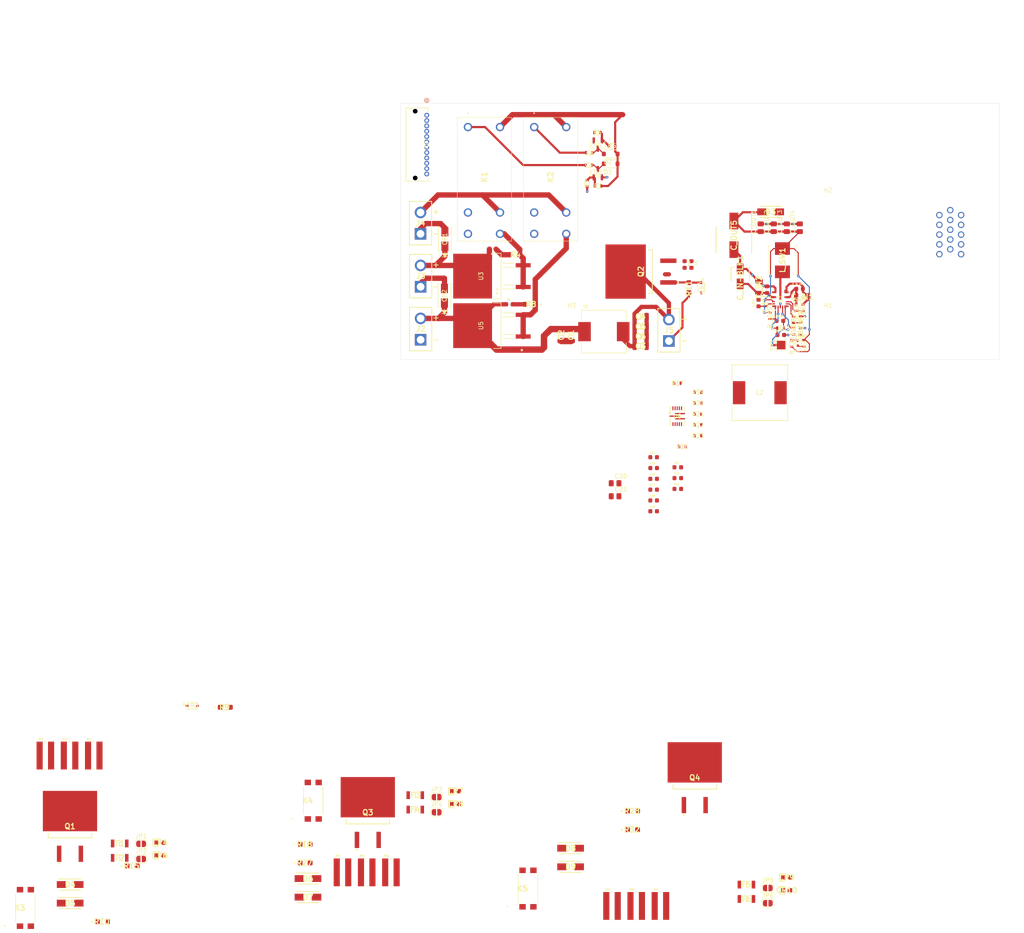
<source format=kicad_pcb>
(kicad_pcb (version 20241229) (generator "pcbnew") (generator_version "9.0")
  (layers (0 "F.Cu" signal) (4 "In1.Cu" power) (6 "In2.Cu" power) (2 "B.Cu" signal) (13 "F.Paste" user) (15 "B.Paste" user) (5 "F.SilkS" user "F.Silkscreen") (7 "B.SilkS" user "B.Silkscreen") (1 "F.Mask" user) (3 "B.Mask" user) (25 "Edge.Cuts" user))
  (net 0 "")
  (net 1 "AGND")
  (net 2 "VDC")
  (net 3 "/V1")
  (net 4 "/V2")
  (net 5 "/V3")
  (net 6 "/V4")
  (net 7 "Net-(CR4-Pad1)")
  (net 8 "/V5")
  (net 9 "Net-(CR6-Pad1)")
  (net 10 "/VB")
  (net 11 "+14V")
  (net 12 "/DC.DC3 PGOOD")
  (net 13 "Net-(C_FF1-Pad1)")
  (net 14 "/DC.DC3 VCC")
  (net 15 "+5V")
  (net 16 "/PYRO1_OUT")
  (net 17 "/PYRO2_OUT")
  (net 18 "/PYRO4_OUT")
  (net 19 "/PYRO3_OUT")
  (net 20 "/PYRO6_OUT")
  (net 21 "/PYRO5_OUT")
  (net 22 "Net-(Q1-C)")
  (net 23 "/FIRE_OUT1")
  (net 24 "/FIRE_OUT2")
  (net 25 "Net-(Q3-C)")
  (net 26 "/FIRE_OUT3")
  (net 27 "Net-(Q1-E)")
  (net 28 "Net-(Q2-E)")
  (net 29 "Net-(Q3-E)")
  (net 30 "Net-(Q4-E)")
  (net 31 "/KEY_OUT")
  (net 32 "VBAT1")
  (net 33 "/V0")
  (net 34 "VBAT2")
  (net 35 "VFill")
  (net 36 "+3.3V")
  (net 37 "Net-(C7-Pad2)")
  (net 38 "Net-(K1-NO_2)")
  (net 39 "Net-(K2-NO_2)")
  (net 40 "Net-(C8-Pad2)")
  (net 41 "Net-(U6-MODE)")
  (net 42 "Net-(U6-SS)")
  (net 43 "Net-(U6-SW)")
  (net 44 "Net-(U6-BST)")
  (net 45 "Net-(C15-Pad1)")
  (net 46 "Net-(C17-Pad2)")
  (net 47 "Net-(U6-COMP)")
  (net 48 "Net-(Q2-B)")
  (net 49 "Net-(CR7-Pad1)")
  (net 50 "Net-(CR8-Pad1)")
  (net 51 "Net-(CR9-Pad1)")
  (net 52 "Net-(CR10-Pad1)")
  (net 53 "Net-(U1-BIAS)")
  (net 54 "Net-(U1-CBOOT)")
  (net 55 "Net-(U1-SW)")
  (net 56 "Net-(U1-FB)")
  (net 57 "Net-(D3-A)")
  (net 58 "Net-(U2-C)")
  (net 59 "Net-(U4-C)")
  (net 60 "Net-(D4-K)")
  (net 61 "Net-(D6-K)")
  (net 62 "Net-(D8-K)")
  (net 63 "GND")
  (net 64 "Net-(K1-COIL_1)")
  (net 67 "Net-(K2-COIL_1)")
  (net 69 "Net-(Q4-C)")
  (net 70 "Net-(U2-B)")
  (net 71 "Net-(U4-B)")
  (net 72 "Net-(U6-EN)")
  (net 73 "Net-(U6-ILIM)")
  (net 74 "Net-(U6-FB)")
  (net 75 "Net-(U1-RBOOT)")
  (net 76 "Net-(U1-EN{slash}SYNC)")
  (net 77 "Net-(R_FBB1-Pad2)")
  (net 78 "Net-(R_RT1-Pad1)")
  (net 79 "Net-(U1-RT)")
  (footprint "Resistor-0603:RES_0603" (layer "F.Cu") (at 185.5 127.375 90)
    (property "Reference" "R_ENT1")
    (property "Value" "470k")
  )
  (footprint "G3VM-31DR_TR05_:G3VM31DRTR05" (layer "F.Cu") (at 72.496 242.825)
    (property "Reference" "K4")
    (property "Value" "G3VM-31DR_TR05_" (hide yes))
  )
  (footprint "Diode-Schottky_RSX301L:DIOM5026X220N" (layer "F.Cu") (at 179.5375 104.95 180)
    (property "Reference" "D3")
    (property "Value" "RSX301LAM30TR" (hide yes))
  )
  (footprint "BC846BLT1G:SOT-23_ONS" (layer "F.Cu") (at 139.1 89.2 180)
    (property "Reference" "U4")
    (property "Value" "BC846BLT1G")
  )
  (footprint "XT30UPB-F:XT30UPBF" (layer "F.Cu") (at 97.625 134.9)
    (property "Reference" "J2")
    (property "Value" "XT30UPB-F" (hide yes))
  )
  (footprint "Resistor-0603:RES_0603" (layer "F.Cu") (at 162.5432 157.3807)
    (property "Reference" "R23")
    (property "Value" "30k")
  )
  (footprint "Resistor-0603:RES_0603" (layer "F.Cu") (at 157.7276 145.094)
    (property "Reference" "R17")
    (property "Value" "30k")
  )
  (footprint "Resistor-0603:RES_0603" (layer "F.Cu") (at 139.15 98.9)
    (property "Reference" "R1")
    (property "Value" "3k9")
  )
  (footprint "Resistor-0603:RES_0603" (layer "F.Cu") (at 181.8 132.175)
    (property "Reference" "R_PG1")
    (property "Value" "100K")
  )
  (footprint "Capacitor-0805:Capacitor_0805" (layer "F.Cu") (at 177.200001 108.675 90)
    (property "Reference" "C_OUT1")
    (property "Value" "22u")
  )
  (footprint "Capacitor-0603:Capacitor_0603" (layer "F.Cu") (at 152.1526 172.524)
    (property "Reference" "C18")
    (property "Value" "33pF")
  )
  (footprint "Capacitor-0603:Capacitor_0603" (layer "F.Cu") (at 157.8026 164.764)
    (property "Reference" "C11")
    (property "Value" "100nF")
  )
  (footprint "Diode-Schottky_PMEG2010ER:SODFL3517X110N" (layer "F.Cu") (at 142.104999 91.4 180)
    (property "Reference" "D2")
    (property "Value" "PMEG2010ER")
  )
  (footprint "Resistor-0603:RES_0603" (layer "F.Cu") (at 162.5432 147.1831)
    (property "Reference" "R19")
    (property "Value" "1k")
  )
  (footprint "Resistor-0805:RES_0805" (layer "F.Cu") (at 123.275 126.6 180)
    (property "Reference" "R8")
    (property "Value" "1k" (hide yes))
  )
  (footprint "Capacitor-0603:Capacitor_0603" (layer "F.Cu") (at 159.4 117.275 -90)
    (property "Reference" "C10")
    (property "Value" "1uF")
  )
  (footprint "Resistor-0603:RES_0603" (layer "F.Cu") (at 186.5 132.925 -90)
    (property "Reference" "R_FBB1")
    (property "Value" "22k")
  )
  (footprint "LED-Yellow_VLMY1300-GS08:LEDC1608X100N" (layer "F.Cu") (at 36.616 252.65)
    (property "Reference" "CR4")
    (property "Value" "VLMY1300-GS08" (hide yes))
  )
  (footprint "XT30UPB-F:XT30UPBF" (layer "F.Cu") (at 97.625 122.5)
    (property "Reference" "J3")
    (property "Value" "XT30UPB-F" (hide yes))
  )
  (footprint "Capacitor-0603:Capacitor_0603" (layer "F.Cu") (at 152.1526 175.054)
    (property "Reference" "C19")
    (property "Value" "470nF")
  )
  (footprint "MountingHole:MountingHole_3.2mm_M3_ISO7380" (layer "F.Cu") (at 192.999998 96.1 180)
    (property "Reference" "H2")
    (property "Value" "MountingHole")
  )
  (footprint "RES-2512 Reversed:RESC3263X80N" (layer "F.Cu") (at 85.006 259.6)
    (property "Reference" "R25")
    (property "Value" "3.6")
  )
  (footprint "Resistor-0603:RES_0603" (layer "F.Cu") (at 136.6 98.3 90)
    (property "Reference" "R2")
    (property "Value" "100k")
  )
  (footprint "MountingHole:MountingHole_3.2mm_M3_ISO7380" (layer "F.Cu") (at 133 123.1 180)
    (property "Reference" "H3")
    (property "Value" "MountingHole")
  )
  (footprint "Diode-Schottky_RSX301L:DIOM5026X220N" (layer "F.Cu") (at 132.716 253.95)
    (property "Reference" "D8")
    (property "Value" "RSX301LAM30TR" (hide yes))
  )
  (footprint "Resistor-0603:RES_0603" (layer "F.Cu") (at 187.300001 135.7035 -90)
    (property "Reference" "R_FF1")
    (property "Value" "1k")
  )
  (footprint "Capacitor-0805:Capacitor_0805" (layer "F.Cu") (at 143.1276 168.494)
    (property "Reference" "C20")
    (property "Value" "4.7uF")
  )
  (footprint "Capacitor-0603:Capacitor_0603" (layer "F.Cu") (at 157.8026 169.824)
    (property "Reference" "C13")
    (property "Value" "22nF")
  )
  (footprint "FJB102TM:FJB102TM" (layer "F.Cu") (at 161.776 235.595)
    (property "Reference" "Q4")
    (property "Value" "FJB102TM" (hide yes))
  )
  (footprint "RES-2512 Reversed:RESC3263X80N" (layer "F.Cu") (at 153.741 267.46)
    (property "Reference" "R31")
    (property "Value" "3.6")
  )
  (footprint "Jumper:SolderJumper-2_P1.3mm_Open_RoundedPad1.0x1.5mm" (layer "F.Cu") (at 32.216 256.475)
    (property "Reference" "JP2")
    (property "Value" "Jumper_2_Open")
  )
  (footprint "Resistor-0603:RES_0603" (layer "F.Cu") (at 184.9 130.175 90)
    (property "Reference" "R_RT1")
    (property "Value" "33k")
  )
  (footprint "SRR1260-7R6Y:IND_BOURNS_SRR1260" (layer "F.Cu") (at 177 147.3)
    (property "Reference" "L2")
    (property "Value" "7.6uH")
  )
  (footprint "PFNF.035.2:FUSC3216X85N" (layer "F.Cu") (at 173.861 265.83)
    (property "Reference" "F6")
    (property "Value" "PFNF.035.2" (hide yes))
  )
  (footprint "Diode-Schottky_RSX301L:DIOM5026X220N" (layer "F.Cu") (at 71.266 261.05)
    (property "Reference" "D6")
    (property "Value" "RSX301LAM30TR" (hide yes))
  )
  (footprint "Resistor-0805:RES_0805" (layer "F.Cu") (at 51.916 220.95)
    (property "Reference" "R9")
    (property "Value" "750" (hide yes))
  )
  (footprint "BC846BLT1G:SOT-23_ONS" (layer "F.Cu") (at 139.1 95.9)
    (property "Reference" "U2")
    (property "Value" "BC846BLT1G")
  )
  (footprint "Capacitor-1206:Capacitor_1206" (layer "F.Cu") (at 132.825 133.8 -90)
    (property "Reference" "C1")
    (property "Value" "2.2u" (hide yes))
  )
  (footprint "Capacitor-0603:Capacitor_0603" (layer "F.Cu") (at 181.7 130.475)
    (property "Reference" "C_BIAS1")
    (property "Value" "1u")
  )
  (footprint "Capacitor-0603:Capacitor_0603" (layer "F.Cu") (at 178.7 123.175 90)
    (property "Reference" "C_IN_HFI2")
    (property "Value" "100n")
  )
  (footprint "Capacitor-0805:Capacitor_0805" (layer "F.Cu") (at 183.3 108.675 90)
    (property "Reference" "C_OUT3")
    (property "Value" "22u")
  )
  (footprint "Jumper:SolderJumper-2_P1.3mm_Open_RoundedPad1.0x1.5mm" (layer "F.Cu") (at 178.871 263.27)
    (property "Reference" "JP5")
    (property "Value" "Jumper_2_Open")
  )
  (footprint "Capacitor-1206:Capacitor_1206" (layer "F.Cu") (at 149.1 136.400001)
    (property "Reference" "C3")
    (property "Value" "2.2u" (hide yes))
  )
  (footprint "Diode-Schottky_PMEG2010ER:SODFL3517X110N" (layer "F.Cu") (at 142.1 93.7 180)
    (property "Reference" "D1")
    (property "Value" "PMEG2010ER")
  )
  (footprint "RES-2512 Reversed:RESC3263X80N" (layer "F.Cu") (at 79.34 259.6)
    (property "Reference" "R24")
    (property "Value" "3.6")
  )
  (footprint "Resistor-0805:RES_0805" (layer "F.Cu") (at 147.216 249.6)
    (property "Reference" "R32")
    (property "Value" "560" (hide yes))
  )
  (footprint "Capacitor-1206:Capacitor_1206" (layer "F.Cu") (at 186.9 124.875)
    (property "Reference" "C_IN1")
    (property "Value" "4.7u" (hide yes))
  )
  (footprint "PFNF.035.2:FUSC3216X85N" (layer "F.Cu") (at 96.366 241.53)
    (property "Reference" "F3")
    (property "Value" "PFNF.035.2" (hide yes))
  )
  (footprint "RES-2512 Reversed:RESC3263X80N" (layer "F.Cu") (at 9.81 232.25)
    (property "Reference" "R12")
    (property "Value" "3.6")
  )
  (footprint "Resistor-0603:RES_0603" (layer "F.Cu") (at 186.6 130.175 -90)
    (property "Reference" "R_RT2")
    (property "Value" "200")
  )
  (footprint "Capacitor-0603:Capacitor_0603" (layer "F.Cu") (at 186.3 122.975)
    (property "Reference" "C_IN_HFI1")
    (property "Value" "100n")
  )
  (footprint "RES-2512 Reversed:RESC3263X80N" (layer "F.Cu") (at 21.142 232.25)
    (property "Reference" "R14")
    (property "Value" "3.6")
  )
  (footprint "RES-2512 Reversed:RESC3263X80N" (layer "F.Cu") (at 90.672 259.6)
    (property "Reference" "R26")
    (property "Value" "3.6")
  )
  (footprint "G2RL-1A4-E-DC12:G2RL1A4EDC12" (layer "F.Cu") (at 108.700001 85.1 -90)
    (property "Reference" "K1")
    (property "Value" "G2RL-1A4-E-DC12" (hide yes))
  )
  (footprint "Jumper:SolderJumper-2_P1.3mm_Open_RoundedPad1.0x1.5mm" (layer "F.Cu") (at 32.216 252.925)
    (property "Reference" "JP1")
    (property "Value" "Jumper_2_Open")
  )
  (footprint "SRP7028A-100M:SRP7028A3R3M" (layer "F.Cu") (at 182.3 116.275 90)
    (property "Reference" "L_SW1")
    (property "Value" "10uH" (hide yes))
  )
  (footprint "FJB102TM:FJB102TM" (layer "F.Cu") (at 85.266 243.745)
    (property "Reference" "Q3")
    (property "Value" "FJB102TM" (hide yes))
  )
  (footprint "Diode-Schottky_RSX301L:DIOM5026X220N" (layer "F.Cu") (at 71.266 265.4)
    (property "Reference" "D7")
    (property "Value" "RSX301LAM30TR" (hide yes))
  )
  (footprint "Resistor-0603:RES_0603" (layer "F.Cu") (at 184.9 132.925 90)
    (property "Reference" "R_FBB2")
    (property "Value" "470")
  )
  (footprint "LED-Yellow_VLMY1300-GS08:LEDC1608X100N" (layer "F.Cu") (at 183.271 260.795)
    (property "Reference" "CR9")
    (property "Value" "VLMY1300-GS08" (hide yes))
  )
  (footprint "G3VM-31DR_TR05_:G3VM31DRTR05" (layer "F.Cu") (at 122.746 263.395)
    (property "Reference" "K5")
    (property "Value" "G3VM-31DR_TR05_" (hide yes))
  )
  (footprint "Resistor-0805:RES_0805" (layer "F.Cu") (at 70.591 257.4)
    (property "Reference" "R27")
    (property "Value" "560" (hide yes))
  )
  (footprint "Jumper:SolderJumper-2_P1.3mm_Open_RoundedPad1.0x1.5mm" (layer "F.Cu") (at 101.376 245.53)
    (property "Reference" "JP4")
    (property "Value" "Jumper_2_Open")
  )
  (footprint "Resistor-0603:RES_0603" (layer "F.Cu") (at 179.4 129.275 90)
    (property "Reference" "R_BIAS1")
    (property "Value" "5")
  )
  (footprint "RES-2512 Reversed:RESC3263X80N" (layer "F.Cu") (at 15.476 232.25)
    (property "Reference" "R13")
    (property "Value" "3.6")
  )
  (footprint "LED-Yellow_VLMY1300-GS08:LEDC1608X100N" (layer "F.Cu") (at 36.616 255.65)
    (property "Reference" "CR6")
    (property "Value" "VLMY1300-GS08" (hide yes))
  )
  (footprint "FJB102TM:FJB102TM" (layer "F.Cu") (at 15.576 246.995)
    (property "Reference" "Q1")
    (property "Value" "FJB102TM" (hide yes))
  )
  (footprint "Capacitor-4mm:Capacitor_4mm" (layer "F.Cu") (at 172.4 120.075 90)
    (property "Reference" "C_IN-BLK1")
    (property "Value" "10u" (hide yes))
  )
  (footprint "Resistor-0603:RES_0603" (layer "F.Cu") (at 162.5432 149.7325)
    (property "Reference" "R20")
    (property "Value" "75k")
  )
  (footprint "Capacitor-0603:Capacitor_0603" (layer "F.Cu") (at 152.1526 162.404)
    (property "Reference" "C14")
    (property "Value" "100nF")
  )
  (footprint "Capacitor-0805:Capacitor_0805" (layer "F.Cu") (at 180.25 108.675 90)
    (property "Reference" "C_OUT2")
    (property "Value" "22u")
  )
  (footprint "LED-Yellow_VLMY1300-GS08:LEDC1608X100N" (layer "F.Cu") (at 105.776 243.605)
    (property "Reference" "CR8")
    (property "Value" "VLMY1300-GS08" (hide yes))
  )
  (footprint "MPQ3431AGL-AEC1-Z:QFN-13_MPQ3431A_MNP" (layer "F.Cu") (at 157.677601 152.793999)
    (property "Reference" "U6")
    (property "Value" "MPQ3431AGL-AEC1-Z")
  )
  (footprint "Capacitor-0603:Capacitor_0603" (layer "F.Cu") (at 157.8026 167.294)
    (property "Reference" "C12")
    (property "Value" "4.7uF")
  )
  (footprint "Capacitor-0603:Capacitor_0603" (layer "F.Cu") (at 181.9 133.775)
    (property "Reference" "C_VCC1")
    (property "Value" "1u")
  )
  (footprint "Capacitor-1206:Capacitor_1206" (layer "F.Cu") (at 149.1 129.5)
    (property "Reference" "C4")
    (property "Value" "2.2u" (hide yes))
  )
  (footprint "LED-Yellow_VLMY1300-GS08:LEDC1608X100N" (layer "F.Cu") (at 105.776 240.605)
    (property "Reference" "CR7")
    (property "Value" "VLMY1300-GS08" (hide yes))
  )
  (footprint "G3VM-31DR_TR05_:G3VM31DRTR05" (layer "F.Cu") (at 5.146 267.925)
    (property "Reference" "K3")
    (property "Value" "G3VM-31DR_TR05_" (hide yes))
  )
  (footprint "RES-2512 Reversed:RESC3263X80N" (layer "F.Cu") (at 142.409 267.46)
    (property "Reference" "R29")
    (property "Value" "3.6")
  )
  (footprint "Resistor-0603:RES_0603" (layer "F.Cu") (at 137.1 91.1 180)
    (property "Reference" "R7")
    (property "Value" "56")
  )
  (footprint "Capacitor-8mm:Capacitor_8mm" (layer "F.Cu") (at 170.9375 110.45 -90)
    (property "Reference" "C_OUT5")
    (property "Value" "560u" (hide yes))
  )
  (footprint "Resistor-0805:RES_0805" (layer "F.Cu") (at 30.116 258.1)
    (property "Reference" "R15")
    (property "Value" "560" (hide yes))
  )
  (footprint "Capacitor-0805:Capacitor_0805" (layer "F.Cu") (at 186.350001 108.675 90)
    (property "Reference" "C_OUT4")
    (property "Value" "22u")
  )
  (footprint "PFNF.035.2:FUSC3216X85N" (layer "F.Cu") (at 27.206 252.835)
    (property "Reference" "F1")
    (property "Value" "PFNF.035.2" (hide yes))
  )
  (footprint "Resistor-0805:RES_0805" (layer "F.Cu") (at 119.625 115 180)
    (property "Reference" "R4")
    (property "Value" "1k" (hide yes))
  )
  (footprint "TestPoint:TestPoint_Pad_2.0x2.0mm" (layer "F.Cu") (at 182 136.15 90)
    (property "Reference" "TP1")
    (property "Value" "TestPoint")
  )
  (footprint "Capacitor-1206:Capacitor_1206" (layer "F.Cu") (at 176.8 122.575 90)
    (property "Reference" "C_IN2")
    (property "Value" "4.7u" (hide yes))
  )
  (footprint "Resistor-0805:RES_0805" (layer "F.Cu") (at 147.216 245.25)
    (property "Reference" "R28")
    (property "Value" "560" (hide yes))
  )
  (footprint "Resistor-0603:RES_0603" (layer "F.Cu") (at 187.1 127.375 -90)
    (property "Reference" "R_ENB1")
    (property "Value" "56k")
  )
  (footprint "Diode-Schottky_RSX301L:DIOM5026X220N" (layer "F.Cu") (at 15.616 266.8)
    (property "Reference" "D5")
    (property "Value" "RSX301LAM30TR" (hide yes))
  )
  (footprint "Resistor-0805:RES_0805" (layer "F.Cu") (at 70.591 253.05)
    (property "Reference" "R18")
    (property "Value" "560" (hide yes))
  )
  (footprint "Inductor-2.2uH_SPM10065VT:IND_SPM10065VT-2R2M-D" (layer "F.Cu") (at 140.5 133)
    (property "Reference" "L1")
    (property "Value" "2.2u")
  )
  (footprint "Resistor-0603:RES_0603" (layer "F.Cu") (at 178.299999 126.300001 90)
    (property "Reference" "R_BT1")
    (property "Value" "100")
  )
  (footprint "PFNF.035.2:FUSC3216X85N" (layer "F.Cu") (at 27.206 256.205)
    (property "Reference" "F2")
    (property "Value" "PFNF.035.2" (hide yes))
  )
  (footprint "SMAJ14A:SMASeries_LTF" (layer "F.Cu") (at 103.2 124.6 90)
    (property "Reference" "CR2")
    (property "Value" "SMAJ14A")
  )
  (footprint "DCDC_LM61460:VQFN-HR14_RJR_TEX" (layer "F.Cu") (at 181.8 125.375001 90)
    (property "Reference" "U1")
    (property "Value" "LM61460AASQRJRRQ1")
  )
  (footprint "PFNF.035.2:FUSC3216X85N" (layer "F.Cu") (at 96.366 244.9)
    (property "Reference" "F4")
    (property "Value" "PFNF.035.2" (hide yes))
  )
  (footprint "Resistor-0603:RES_0603" (layer "F.Cu") (at 162.5432 152.2819)
    (property "Reference" "R21")
    (property "Value" "6.8k")
  )
  (footprint "Resistor-0805:RES_0805" (layer "F.Cu") (at 160.4 122.7 90)
    (property "Reference" "R11")
    (property "Value" "100" (hide yes))
  )
  (footprint "XT30UPB-F:XT30UPBF" (layer "F.Cu") (at 97.6 110.1)
    (property "Reference" "J4")
    (property "Value" "XT30UPB-F" (hide yes))
  )
  (footprint "Capacitor-0603:Capacitor_0603" (layer "F.Cu") (at 161 117.275 -90)
    (property "Reference" "C9")
    (property "Value" "1uF")
  )
  (footprint "G2RL-1A4-E-DC12:G2RL1A4EDC12" (layer "F.Cu") (at 124.200001 85.099999 -90)
    (property "Reference" "K2")
    (property "Value" "G2RL-1A4-E-DC12" (hide yes))
  )
  (footprint "RES-2512 Reversed:RESC3263X80N" (layer "F.Cu") (at 148.075 267.46)
    (property "Reference" "R30")
    (property "Value" "3.6")
  )
  (footprint "Diode-Schottky_RSX301L:DIOM5026X220N" (layer "F.Cu") (at 132.716 258.3)
    (property "Reference" "D9")
    (property "Value" "RSX301LAM30TR" (hide yes))
  )
  (footprint "HDL15-SL-B:HDL15-SL-B" (layer "F.Cu") (at 224.96 110.02 90)
    (property "Reference" "DSUB1")
    (property "Value" "~")
  )
  (footprint "Jumper:SolderJumper-2_P1.3mm_Open_RoundedPad1.0x1.5mm" (layer "F.Cu") (at 101.376 241.98)
    (property "Reference" "JP3")
    (property "Value" "Jumper_2_Open")
  )
  (footprint "Jumper:SolderJumper-2_P1.3mm_Open_RoundedPad1.0x1.5mm" (layer "F.Cu") (at 178.871 266.82)
    (property "Reference" "JP6")
    (property "Value" "Jumper_2_Open")
  )
  (footprint "FJB102TM:FJB102TM" (layer "F.Cu") (at 147.345 118.94 90)
    (property "Reference" "Q2")
    (property "Value" "FJB102TM" (hide yes))
  )
  (footprint "MountingHole:MountingHole_3.2mm_M3_ISO7380" (layer "F.Cu") (at 193 123.1 180)
    (property "Reference" "H1")
    (property "Value" "MountingHole")
  )
  (footprint "Capacitor-0603:Capacitor_0603" (layer "F.Cu") (at 176.7 126.300001 -90)
    (property "Reference" "C_BT1")
    (property "Value" "100n")
  )
  (footprint "Capacitor-0805:Capacitor_0805" (layer "F.Cu") (at 143.1276 171.544)
    (property "Reference" "C21")
    (property "Value" "4.7uF")
  )
  (footprint "PFNF.035.2:FUSC3216X85N" (layer "F.Cu") (at 173.861 262.46)
    (property "Reference" "F5")
    (property "Value" "PFNF.035.2" (hide yes))
  )
  (footprint "Capacitor-1206:Capacitor_1206" (layer "F.Cu") (at 130.555001 133.8 -90)
    (property "Reference" "C2")
    (property "Value" "2.2u" (hide yes))
  )
  (footprint "VBT4045BP-E3-4W:DPAK_BP-E3_4W_VIS" (layer "F.Cu") (at 111.7457 120 90)
    (property "Reference" "U3")
    (property "Value" "VBT4045BP-E3/4W")
  )
  (footprint "Capacitor-1206:Capacitor_1206" (layer "F.Cu") (at 149.1 134.1)
    (property "Reference" "C6")
    (property "Value" "470n" (hide yes))
  )
  (footprint "Resistor-0603:RES_0603" (layer "F.Cu") (at 139 86.4)
    (property "Reference" "R6")
    (property "Value" "100k")
  )
  (footprint "BZX84J-B12-115:CR_SC-90_NEX" (layer "F.Cu") (at 163.3 122.7 -90)
    (property "Reference" "CR5")
    (property "Value" "BZX84J-B12_115")
  )
  (footprint "Capacitor-0603:Capacitor_0603" (layer "F.Cu") (at 152.1526 169.994)
    (property "Reference" "C17")
    (property "Value" "6.8nF")
  )
  (footprint "Capacitor-0402:Capacitor_0402" (layer "F.Cu") (at 185.9 135.7035 90)
    (property "Reference" "C_FF1")
    (property "Value" "22p")
  )
  (footprint "LED-Yellow_VLMY1300-GS08:LEDC1608X100N" (layer "F.Cu") (at 183.271 263.795)
    (property "Reference" "CR10")
    (property "Value" "VLMY1300-GS08" (hide yes))
  )
  (footprint "BZX84J-B10-115:CR_SC-90_NEX" (layer "F.Cu") (at 44.1848 220.6)
    (property "Reference" "CR3")
    (property "Value" "BZX84J-B10_115")
  )
  (footprint "Resistor-0603:RES_0603" (layer "F.Cu") (at 137 94 180)
    (property "Reference" "R3")
    (property "Value" "56")
  )
  (footprint "Capacitor-0603:Capacitor_0603" (layer "F.Cu") (at 152.1526 164.934)
    (property "Reference" "C15")
    (property "Value" "4.7nF")
  )
  (footprint "SMAJ14A:SMASeries_LTF" (layer "F.Cu") (at 103.3 111.3 90)
    (property "Reference" "CR1")
    (property "Value" "SMAJ14A")
  )
  (footprint "XT30UPB-F:XT30UPBF" (layer "F.Cu") (at 155.725 135.1875)
    (property "Reference" "J5")
    (property "Value" "XT30UPB-F" (hide yes))
  )
  (footprint "Resistor-0805:RES_0805" (layer "F.Cu") (at 23.166 271.15)
    (property "Reference" "R10")
    (property "Value" "560" (hide yes))
  )
  (footprint "Resistor-0603:RES_0603" (layer "F.Cu") (at 184.4825 135.7451 90)
    (property "Reference" "R_FBT1")
    (property "Value" "100K")
  )
  (footprint "Resistor-0603:RES_0603" (layer "F.Cu") (at 142.4 89.5)
    (property "Reference" "R5")
    (property "Value" "3k9")
  )
  (footprint "2200981271:CONN_2200980000-SD_12_MOL" (layer "F.Cu") (at 99.0587 82.329899 -90)
    (property "Reference" "J1")
    (property "Value" "2200981271")
  )
  (footprint "Capacitor-0603:Capacitor_0603" (layer "F.Cu") (at 118.4 126.6)
    (property "Reference" "C8")
    (property "Value" "100n")
  )
  (footprint "Diode-Schottky_RSX301L:DIOM5026X220N" (layer "F.Cu") (at 15.616 262.45)
    (property "Reference" "D4")
    (property "Value" "RSX301LAM30TR" (hide yes))
  )
  (footprint "Capacitor-1206:Capacitor_1206" (layer "F.Cu") (at 149.1 131.8)
    (property "Reference" "C5")
    (property "Value" "470n" (hide yes))
  )
  (footprint "Capacitor-0603:Capacitor_0603" (layer "F.Cu") (at 114.5 113.7)
    (property "Reference" "C7")
    (property "Value" "100n")
  )
  (footprint "Capacitor-0603:Capacitor_0603" (layer "F.Cu") (at 152.1526 167.464)
    (property "Reference" "C16")
    (property "Value" "220nF")
  )
  (footprint "Resistor-0603:RES_0603" (layer "F.Cu") (at 158.8828 159.9301)
    (property "Reference" "R16")
    (property "Value" "5k1")
  )
  (footprint "Resistor-0603:RES_0603" (layer "F.Cu") (at 162.5432 154.8313)
    (property "Reference" "R22")
    (property "Value" "390k")
  )
  (footprint "VBT4045BP-E3-4W:DPAK_BP-E3_4W_VIS" (layer "F.Cu") (at 111.7457 131.6 90)
    (property "Reference" "U5")
    (property "Value" "VBT4045BP-E3/4W")
  )
  (gr_rect (start 93 79.5) (end 233 139.5) (stroke (width 0.05)) (fill no) (layer "Edge.Cuts"))
  (segment (start 176.825001 123.95) (end 176.8 123.975) (width 0.5) (layer "F.Cu") (net 2))
  (segment (start 172.3375 121.8875) (end 172.4 121.825) (width 1) (layer "F.Cu") (net 2))
  (segment (start 174.25 121.825001) (end 172.4 121.825) (width 0.5) (layer "F.Cu") (net 2))
  (segment (start 176.8 123.975) (end 176.4 123.975) (width 0.5) (layer "F.Cu") (net 2))
  (segment (start 183.949998 124.925003) (end 183.25 124.925002) (width 0.5) (layer "F.Cu") (net 2))
  (segment (start 147.700001 129.5) (end 147.700001 128.799999) (width 1) (layer "F.Cu") (net 2))
  (segment (start 185.525 122.974999) (end 185.525001 126.6) (width 0.5) (layer "F.Cu") (net 2))
  (segment (start 147.700001 136.400001) (end 146.600001 136.400001) (width 1) (layer "F.Cu") (net 2))
  (segment (start 185.525 122.974999) (end 185.2 122.975) (width 0.5) (layer "F.Cu") (net 2))
  (segment (start 145.025 134.825) (end 145.025 133) (width 1) (layer "F.Cu") (net 2))
  (segment (start 148.34 118.94) (end 145.6 118.94) (width 1) (layer "F.Cu") (net 2))
  (segment (start 176.4 123.975) (end 174.25 121.825001) (width 0.5) (layer "F.Cu") (net 2))
  (segment (start 185.525001 126.6) (end 185.5 126.625) (width 0.5) (layer "F.Cu") (net 2))
  (segment (start 147.700001 136.400001) (end 147.700001 129.5) (width 1) (layer "F.Cu") (net 2))
  (segment (start 155.725 126.325) (end 148.34 118.94) (width 1) (layer "F.Cu") (net 2))
  (segment (start 184.4 123.775) (end 184.4 124.475001) (width 0.5) (layer "F.Cu") (net 2))
  (segment (start 146.600001 136.400001) (end 145.025 134.825) (width 1) (layer "F.Cu") (net 2))
  (segment (start 147.700001 128.799999) (end 149.3 127.2) (width 1) (layer "F.Cu") (net 2))
  (segment (start 155.725 119.5775) (end 154.823439 119.5775) (width 1) (layer "F.Cu") (net 2))
  (segment (start 152.7375 127.2) (end 155.725 130.1875) (width 1) (layer "F.Cu") (net 2))
  (segment (start 185.2 122.975) (end 184.4 123.775) (width 0.5) (layer "F.Cu") (net 2))
  (segment (start 180.35 124.925003) (end 179.675002 124.925002) (width 0.5) (layer "F.Cu") (net 2))
  (segment (start 178.7 123.95) (end 176.825001 123.95) (width 0.5) (layer "F.Cu") (net 2))
  (segment (start 149.3 127.2) (end 152.7375 127.2) (width 1) (layer "F.Cu") (net 2))
  (segment (start 155.725 130.1875) (end 155.725 126.325) (width 1) (layer "F.Cu") (net 2))
  (segment (start 184.4 124.475001) (end 183.949998 124.925003) (width 0.5) (layer "F.Cu") (net 2))
  (segment (start 179.675002 124.925002) (end 178.7 123.95) (width 0.5) (layer "F.Cu") (net 2))
  (segment (start 128.800002 82.2) (end 131.700001 85.099999) (width 1.25) (layer "F.Cu") (net 11))
  (segment (start 143.709998 91.4) (end 143.709998 93.695001) (width 0.5) (layer "F.Cu") (net 11))
  (segment (start 116.200001 85.1) (end 119.100001 82.2) (width 1.25) (layer "F.Cu") (net 11))
  (segment (start 143.15 83.95) (end 144.9 82.2) (width 0.5) (layer "F.Cu") (net 11))
  (segment (start 119.100001 82.2) (end 128.800002 82.2) (width 1.25) (layer "F.Cu") (net 11))
  (segment (start 143.15 89.5) (end 143.15 83.95) (width 0.5) (layer "F.Cu") (net 11))
  (segment (start 143.15 90.840002) (end 143.709998 91.4) (width 0.5) (layer "F.Cu") (net 11))
  (segment (start 141.5 98.9) (end 143.704999 96.695001) (width 0.5) (layer "F.Cu") (net 11))
  (segment (start 128.800002 82.2) (end 144.9 82.2) (width 1.25) (layer "F.Cu") (net 11))
  (segment (start 143.704999 96.695001) (end 143.704999 93.7) (width 0.5) (layer "F.Cu") (net 11))
  (segment (start 139.9 98.9) (end 141.5 98.9) (width 0.5) (layer "F.Cu") (net 11))
  (segment (start 143.15 89.5) (end 143.15 90.840002) (width 0.5) (layer "F.Cu") (net 11))
  (segment (start 143.709998 93.695001) (end 143.704999 93.7) (width 0.5) (layer "F.Cu") (net 11))
  (segment (start 182.475 130.475) (end 182.950001 130) (width 0.25) (layer "F.Cu") (net 12))
  (segment (start 182.55 132.175) (end 182.925 132.55) (width 0.25) (layer "F.Cu") (net 12))
  (segment (start 182.950001 130) (end 182.95 127.225) (width 0.25) (layer "F.Cu") (net 12))
  (segment (start 182 136.15) (end 180.1 136.15) (width 0.5) (layer "F.Cu") (net 12))
  (segment (start 182.925 132.55) (end 183.6 132.55) (width 0.25) (layer "F.Cu") (net 12))
  (segment (start 182.55 130.55) (end 182.475 130.475) (width 0.25) (layer "F.Cu") (net 12))
  (segment (start 182.55 132.175) (end 182.55 130.55) (width 0.25) (layer "F.Cu") (net 12))
  (via (at 180 136.15) (size 0.6) (drill 0.2) (layers "F.Cu" "B.Cu") (net 12))
  (via (at 183.6 132.55) (size 0.6) (drill 0.2) (layers "F.Cu" "B.Cu") (net 12))
  (segment (start 180 134.75) (end 182.2 132.55) (width 0.25) (layer "B.Cu") (net 12))
  (segment (start 180 136.15) (end 180 134.75) (width 0.25) (layer "B.Cu") (net 12))
  (segment (start 182.2 132.55) (end 183.6 132.55) (width 0.25) (layer "B.Cu") (net 12))
  (segment (start 185.9 136.275001) (end 186.0785 136.4535) (width 0.25) (layer "F.Cu") (net 13))
  (segment (start 186.0785 136.4535) (end 187.3 136.4535) (width 0.25) (layer "F.Cu") (net 13))
  (segment (start 181.05 133.7) (end 181.125 133.775) (width 0.25) (layer "F.Cu") (net 14))
  (segment (start 181.05 132.175) (end 181.05 133.7) (width 0.25) (layer "F.Cu") (net 14))
  (segment (start 181.05 132.175) (end 179.9 132.175) (width 0.25) (layer "F.Cu") (net 14))
  (segment (start 181.275 127.225) (end 181.275 128.85) (width 0.25) (layer "F.Cu") (net 14))
  (via (at 181.275 128.85) (size 0.6) (drill 0.2) (layers "F.Cu" "B.Cu") (net 14))
  (via (at 179.9 132.175) (size 0.6) (drill 0.2) (layers "F.Cu" "B.Cu") (net 14))
  (segment (start 181.275 130) (end 181.275 128.85) (width 0.25) (layer "B.Cu") (net 14))
  (segment (start 179.9 131.375) (end 181.275 130) (width 0.25) (layer "B.Cu") (net 14))
  (segment (start 179.9 132.175) (end 179.9 131.375) (width 0.25) (layer "B.Cu") (net 14))
  (segment (start 155.725 135.1875) (end 158.9 132.0125) (width 0.5) (layer "F.Cu") (net 31))
  (segment (start 160.4 124.8) (end 160.4 123.874999) (width 0.5) (layer "F.Cu") (net 31))
  (segment (start 158.9 126.3) (end 160.4 124.8) (width 0.5) (layer "F.Cu") (net 31))
  (segment (start 158.9 132.0125) (end 158.9 126.3) (width 0.5) (layer "F.Cu") (net 31))
  (segment (start 126.5 134) (end 128.099999 132.400001) (width 1.5) (layer "F.Cu") (net 32))
  (segment (start 103.2 128.5) (end 103.2 126.3018) (width 1.25) (layer "F.Cu") (net 32))
  (segment (start 126 137.2) (end 126.5 136.7) (width 1.5) (layer "F.Cu") (net 32))
  (segment (start 108.189901 129.9) (end 109.889901 131.6) (width 1.25) (layer "F.Cu") (net 32))
  (segment (start 115.389901 137.2) (end 126 137.2) (width 1.5) (layer "F.Cu") (net 32))
  (segment (start 117.625 126.6) (end 114.789901 126.6) (width 1) (layer "F.Cu") (net 32))
  (segment (start 126.5 136.7) (end 126.5 134) (width 1.5) (layer "F.Cu") (net 32))
  (segment (start 101.8 129.9) (end 108.189901 129.9) (width 1.25) (layer "F.Cu") (net 32))
  (segment (start 132.825 132.400001) (end 135.375001 132.400001) (width 1.5) (layer "F.Cu") (net 32))
  (segment (start 109.789901 131.6) (end 115.389901 137.2) (width 1.5) (layer "F.Cu") (net 32))
  (segment (start 97.625 129.9) (end 101.8 129.9) (width 1.25) (layer "F.Cu") (net 32))
  (segment (start 135.375001 132.400001) (end 135.975 133) (width 1.5) (layer "F.Cu") (net 32))
  (segment (start 101.8 129.9) (end 103.2 128.5) (width 1.25) (layer "F.Cu") (net 32))
  (segment (start 128.099999 132.400001) (end 132.825 132.400001) (width 1.5) (layer "F.Cu") (net 32))
  (segment (start 114.789901 126.6) (end 109.789901 131.6) (width 1) (layer "F.Cu") (net 32))
  (segment (start 97.625 117.5) (end 101.144 117.5) (width 1.25) (layer "F.Cu") (net 34))
  (segment (start 103.3 115.344) (end 103.3 113.0018) (width 1.25) (layer "F.Cu") (net 34))
  (segment (start 101.144 117.5) (end 103.3 115.344) (width 1.25) (layer "F.Cu") (net 34))
  (segment (start 113.725 113.7) (end 113.725 116.064901) (width 1.25) (layer "F.Cu") (net 34))
  (segment (start 113.725 116.064901) (end 109.789901 120) (width 1.25) (layer "F.Cu") (net 34))
  (segment (start 105.5 117.5) (end 105.6 117.6) (width 1.25) (layer "F.Cu") (net 34))
  (segment (start 101.144 117.5) (end 105.5 117.5) (width 1.25) (layer "F.Cu") (net 34))
  (segment (start 101.7 101) (end 112.1 101) (width 1.25) (layer "F.Cu") (net 35))
  (segment (start 112.1 101) (end 116.2 105.1) (width 1.25) (layer "F.Cu") (net 35))
  (segment (start 112.1 101) (end 127.600001 101) (width 1.25) (layer "F.Cu") (net 35))
  (segment (start 127.600001 101) (end 131.7 105.099999) (width 1.25) (layer "F.Cu") (net 35))
  (segment (start 97.6 105.1) (end 101.7 101) (width 1.25) (layer "F.Cu") (net 35))
  (segment (start 116.575 115) (end 115.275 113.7) (width 1.25) (layer "F.Cu") (net 37))
  (segment (start 118.450001 115) (end 116.575 115) (width 1.25) (layer "F.Cu") (net 37))
  (segment (start 120.799999 115) (end 120.799999 113.699999) (width 1.25) (layer "F.Cu") (net 38))
  (segment (start 120.799999 113.699999) (end 117.2 110.1) (width 1.25) (layer "F.Cu") (net 38))
  (segment (start 121.6263 122.54) (end 121.6263 117.46) (width 1.25) (layer "F.Cu") (net 38))
  (segment (start 117.2 110.1) (end 116.2 110.1) (width 1.25) (layer "F.Cu") (net 38))
  (segment (start 121.6263 117.46) (end 121.6263 115.826301) (width 1.25) (layer "F.Cu") (net 38))
  (segment (start 121.6263 115.826301) (end 120.799999 115) (width 1.25) (layer "F.Cu") (net 38))
  (segment (start 131.7 113.5) (end 131.7 110.099999) (width 1.25) (layer "F.Cu") (net 39))
  (segment (start 123.34 129.06) (end 124.449999 127.950001) (width 1.25) (layer "F.Cu") (net 39))
  (segment (start 121.6263 129.06) (end 123.34 129.06) (width 1.25) (layer "F.Cu") (net 39))
  (segment (start 124.449999 127.950001) (end 124.449999 126.6) (width 1.25) (layer "F.Cu") (net 39))
  (segment (start 121.6263 134.14) (end 121.6263 129.06) (width 1.25) (layer "F.Cu") (net 39))
  (segment (start 124.449999 126.6) (end 124.449999 120.750001) (width 1.25) (layer "F.Cu") (net 39))
  (segment (start 124.449999 120.750001) (end 131.7 113.5) (width 1.25) (layer "F.Cu") (net 39))
  (segment (start 119.175 126.6) (end 122.100001 126.6) (width 1) (layer "F.Cu") (net 40))
  (segment (start 160.4 121.525001) (end 163.281199 121.525001) (width 0.5) (layer "F.Cu") (net 48))
  (segment (start 160.354999 121.48) (end 160.4 121.525001) (width 0.5) (layer "F.Cu") (net 48))
  (segment (start 163.281199 121.525001) (end 163.3 121.5062) (width 0.5) (layer "F.Cu") (net 48))
  (segment (start 155.6 121.48) (end 160.354999 121.48) (width 0.5) (layer "F.Cu") (net 48))
  (segment (start 179.4 130.025) (end 180.475 130.025) (width 0.25) (layer "F.Cu") (net 53))
  (segment (start 180.65 130.199999) (end 180.925 130.475) (width 0.25) (layer "F.Cu") (net 53))
  (segment (start 180.65 127.225) (end 180.65 130.199999) (width 0.25) (layer "F.Cu") (net 53))
  (segment (start 180.475 130.025) (end 180.925 130.475) (width 0.25) (layer "F.Cu") (net 53))
  (segment (start 178.299999 127.050001) (end 176.524999 127.050001) (width 0.25) (layer "F.Cu") (net 54))
  (segment (start 176.524999 127.050001) (end 176.5 127.075001) (width 0.25) (layer "F.Cu") (net 54))
  (segment (start 178.571091 127.050001) (end 178.299999 127.050001) (width 0.25) (layer "F.Cu") (net 54))
  (segment (start 179.121092 126.5) (end 178.571091 127.050001) (width 0.25) (layer "F.Cu") (net 54))
  (segment (start 180.200001 126.5) (end 179.121092 126.5) (width 0.25) (layer "F.Cu") (net 54))
  (segment (start 181.8 124.375) (end 181.8 119.5) (width 0.5) (layer "F.Cu") (net 55))
  (segment (start 181.8 119.5) (end 182.3 119) (width 0.5) (layer "F.Cu") (net 55))
  (segment (start 184.3 132.175) (end 183.7 131.575) (width 0.25) (layer "F.Cu") (net 56))
  (segment (start 182.325 127.225) (end 182.325 128.85) (width 0.25) (layer "F.Cu") (net 56))
  (segment (start 184.4825 134.9951) (end 185.7631 134.9951) (width 0.25) (layer "F.Cu") (net 56))
  (segment (start 185.7631 134.9951) (end 185.900001 135.132) (width 0.25) (layer "F.Cu") (net 56))
  (segment (start 184.9 132.175) (end 184.3 132.175) (width 0.25) (layer "F.Cu") (net 56))
  (via (at 183.7 131.575) (size 0.6) (drill 0.2) (layers "F.Cu" "B.Cu") (net 56))
  (via (at 182.3 128.875) (size 0.6) (drill 0.2) (layers "F.Cu" "B.Cu") (net 56))
  (segment (start 182.3 128.875) (end 183.7 130.275) (width 0.25) (layer "B.Cu") (net 56))
  (segment (start 183.7 130.275) (end 183.7 131.575) (width 0.25) (layer "B.Cu") (net 56))
  (segment (start 188.6 137.275) (end 188.6 135.847101) (width 0.25) (layer "F.Cu") (net 57))
  (segment (start 186 119.975) (end 186 114.575) (width 0.25) (layer "F.Cu") (net 57))
  (segment (start 170.9375 107.1) (end 170.9875 107.1) (width 0.5) (layer "F.Cu") (net 57))
  (segment (start 179.5 114.275) (end 180.225 113.55) (width 0.25) (layer "F.Cu") (net 57))
  (segment (start 184.4825 136.4951) (end 185.6624 137.675001) (width 0.25) (layer "F.Cu") (net 57))
  (segment (start 184.975 113.55) (end 182.3 113.55) (width 0.25) (layer "F.Cu") (net 57))
  (segment (start 173.4125 109.575) (end 170.9375 107.1) (width 0.5) (layer "F.Cu") (net 57))
  (segment (start 186.350001 109.575) (end 177.200001 109.575) (width 0.5) (layer "F.Cu") (net 57))
  (segment (start 182.375001 113.55) (end 186.350001 109.575) (width 0.25) (layer "F.Cu") (net 57))
  (segment (start 187.706399 134.9535) (end 187.300001 134.9535) (width 0.25) (layer "F.Cu") (net 57))
  (segment (start 187.300001 134.9535) (end 188.6 133.6535) (width 0.25) (layer "F.Cu") (net 57))
  (segment (start 180.225 113.55) (end 182.3 113.55) (width 0.25) (layer "F.Cu") (net 57))
  (segment (start 185.6624 137.675001) (end 188.2 137.675) (width 0.25) (layer "F.Cu") (net 57))
  (segment (start 177.200001 109.575) (end 173.4125 109.575) (width 0.5) (layer "F.Cu") (net 57))
  (segment (start 186 114.575) (end 184.975 113.55) (width 0.25) (layer "F.Cu") (net 57))
  (segment (start 173.0375 105.05) (end 177.437499 105.05) (width 0.5) (layer "F.Cu") (net 57))
  (segment (start 179.5 119.975) (end 179.5 114.275) (width 0.25) (layer "F.Cu") (net 57))
  (segment (start 188.6 135.847101) (end 187.706399 134.9535) (width 0.25) (layer "F.Cu") (net 57))
  (segment (start 188.6 133.6535) (end 188.6 132.475) (width 0.25) (layer "F.Cu") (net 57))
  (segment (start 188.2 137.675) (end 188.6 137.275) (width 0.25) (layer "F.Cu") (net 57))
  (segment (start 182.3 113.55) (end 182.375001 113.55) (width 0.25) (layer "F.Cu") (net 57))
  (segment (start 170.9875 107.1) (end 173.0375 105.05) (width 0.5) (layer "F.Cu") (net 57))
  (segment (start 178.1 128.525) (end 179.4 128.525) (width 0.25) (layer "F.Cu") (net 57))
  (via (at 186 119.975) (size 0.6) (drill 0.2) (layers "F.Cu" "B.Cu") (net 57))
  (via (at 178.1 128.525) (size 0.6) (drill 0.2) (layers "F.Cu" "B.Cu") (net 57))
  (via (at 179.5 119.975) (size 0.6) (drill 0.2) (layers "F.Cu" "B.Cu") (net 57))
  (via (at 188.6 132.475) (size 0.6) (drill 0.2) (layers "F.Cu" "B.Cu") (net 57))
  (segment (start 179.5 119.975) (end 179.5 124.075) (width 0.25) (layer "B.Cu") (net 57))
  (segment (start 188.6 122.575) (end 186 119.975) (width 0.25) (layer "B.Cu") (net 57))
  (segment (start 178.1 125.475) (end 178.1 128.525) (width 0.25) (layer "B.Cu") (net 57))
  (segment (start 188.6 132.475) (end 188.6 122.575) (width 0.25) (layer "B.Cu") (net 57))
  (segment (start 179.5 124.075) (end 178.1 125.475) (width 0.25) (layer "B.Cu") (net 57))
  (segment (start 138.165199 94) (end 139.1 94.934801) (width 0.25) (layer "F.Cu") (net 58))
  (segment (start 139.2602 94.934801) (end 140.495001 93.7) (width 0.25) (layer "F.Cu") (net 58))
  (segment (start 139.1 94.934801) (end 139.2602 94.934801) (width 0.25) (layer "F.Cu") (net 58))
  (segment (start 137.75 94) (end 138.165199 94) (width 0.25) (layer "F.Cu") (net 58))
  (segment (start 137.85 91.1) (end 138.165199 91.1) (width 0.25) (layer "F.Cu") (net 59))
  (segment (start 138.165199 91.1) (end 139.1 90.165199) (width 0.25) (layer "F.Cu") (net 59))
  (segment (start 139.265199 90.165199) (end 140.5 91.4) (width 0.25) (layer "F.Cu") (net 59))
  (segment (start 139.1 90.165199) (end 139.265199 90.165199) (width 0.25) (layer "F.Cu") (net 59))
  (segment (start 130.555001 135.199999) (end 132.825 135.199999) (width 1.5) (layer "F.Cu") (net 63))
  (segment (start 172.4 118.325) (end 172.4 115.75) (width 0.5) (layer "F.Cu") (net 63))
  (segment (start 188.299999 124.875) (end 188.299999 125.425001) (width 0.5) (layer "F.Cu") (net 63))
  (segment (start 172.4 115.75) (end 172.4 115.2625) (width 0.5) (layer "F.Cu") (net 63))
  (segment (start 180.65 122.825) (end 180.225 122.4) (width 0.5) (layer "F.Cu") (net 63))
  (segment (start 103.144 120.5) (end 103.2 120.556) (width 1.25) (layer "F.Cu") (net 63))
  (segment (start 186.6 129.425) (end 187.006399 129.425) (width 0.25) (layer "F.Cu") (net 63))
  (segment (start 150.499999 136.400001) (end 150.499999 129.5) (width 1) (layer "F.Cu") (net 63))
  (segment (start 173.849999 118.325) (end 172.4 118.324999) (width 0.5) (layer "F.Cu") (net 63))
  (segment (start 181.8375 107.775) (end 184.8375 107.775) (width 0.5) (layer "F.Cu") (net 63))
  (segment (start 186.5 132.175) (end 187.6 132.175) (width 0.25) (layer "F.Cu") (net 63))
  (segment (start 180.65 123.575001) (end 180.65 122.825) (width 0.5) (layer "F.Cu") (net 63))
  (segment (start 97.625 122.5) (end 97.625 121.675) (width 1.25) (layer "F.Cu") (net 63))
  (segment (start 181.8 126.475) (end 181.8 127.225) (width 0.25) (layer "F.Cu") (net 63))
  (segment (start 184 121.775) (end 186.4 121.775) (width 0.5) (layer "F.Cu") (net 63))
  (segment (start 178.025 122.4) (end 177.85625 122.23125) (width 0.5) (layer "F.Cu") (net 63))
  (segment (start 187.075 122.45) (end 187.075 122.975) (width 0.5) (layer "F.Cu") (net 63))
  (segment (start 178.7 122.4) (end 178.025 122.4) (width 0.5) (layer "F.Cu") (net 63))
  (segment (start 140.0525 96.8652) (end 141.2348 96.8652) (width 0.5) (layer "F.Cu") (net 63))
  (segment (start 98.8 107.7) (end 102.299798 107.7) (width 1.25) (layer "F.Cu") (net 63))
  (segment (start 187.075 122.975) (end 187.075 123.650001) (width 0.5) (layer "F.Cu") (net 63))
  (segment (start 103.3 108.700202) (end 103.3 109.5982) (width 1.25) (layer "F.Cu") (net 63))
  (segment (start 176.7 121.175) (end 175.20625 119.68125) (width 0.5) (layer "F.Cu") (net 63))
  (segment (start 177.85625 122.23125) (end 176.8 121.175) (width 0.5) (layer "F.Cu") (net 63))
  (segment (start 97.6 110.1) (end 97.6 108.9) (width 1.25) (layer "F.Cu") (net 63))
  (segment (start 187.075 123.650001) (end 188.299999 124.875) (width 0.5) (layer "F.Cu") (net 63))
  (segment (start 141.2348 96.8652) (end 141.25 96.85) (width 0.5) (layer "F.Cu") (net 63))
  (segment (start 178.7375 107.775) (end 181.8375 107.775) (width 0.5) (layer "F.Cu") (net 63))
  (segment (start 102.299798 107.7) (end 103.3 108.700202) (width 1.25) (layer "F.Cu") (net 63))
  (segment (start 136.6 99.05) (end 136.6 100.2) (width 0.5) (layer "F.Cu") (net 63))
  (segment (start 183.6 133.775) (end 182.675 133.775) (width 0.25) (layer "F.Cu") (net 63))
  (segment (start 186.4 121.775) (end 187.075 122.45) (width 0.5) (layer "F.Cu") (net 63))
  (segment (start 187.55 129.425) (end 186.6 129.425) (width 0.25) (layer "F.Cu") (net 63))
  (segment (start 188.299999 125.425001) (end 187.1 126.625) (width 0.5) (layer "F.Cu") (net 63))
  (segment (start 97.6 108.9) (end 98.8 107.7) (width 1.25) (layer "F.Cu") (net 63))
  (segment (start 184.8375 107.775) (end 186.35 107.775) (width 0.5) (layer "F.Cu") (net 63))
  (segment (start 183.25 122.524999) (end 184 121.775) (width 0.5) (layer "F.Cu") (net 63))
  (segment (start 183.250001 123.785001) (end 183.25 122.524999) (width 0.5) (layer "F.Cu") (net 63))
  (segment (start 180.225 122.4) (end 178.7 122.4) (width 0.5) (layer "F.Cu") (net 63))
  (segment (start 176.8 121.175) (end 176.7 121.175) (width 0.5) (layer "F.Cu") (net 63))
  (segment (start 172.4 115.2625) (end 170.9375 113.8) (width 0.5) (layer "F.Cu") (net 63))
  (segment (start 177.2 107.775) (end 178.7375 107.775) (width 0.5) (layer "F.Cu") (net 63))
  (segment (start 97.625 121.675) (end 98.8 120.5) (width 1.25) (layer "F.Cu") (net 63))
  (segment (start 98.8 120.5) (end 103.144 120.5) (width 1.25) (layer "F.Cu") (net 63))
  (segment (start 175.20625 119.68125) (end 173.849999 118.325) (width 0.5) (layer "F.Cu") (net 63))
  (segment (start 141.25 96.85) (end 141.3 96.8) (width 0.5) (layer "F.Cu") (net 63))
  (segment (start 103.2 120.556) (end 103.2 122.8982) (width 1.25) (layer "F.Cu") (net 63))
  (via (at 178.7375 107.775) (size 0.6) (drill 0.2) (layers "F.Cu" "B.Cu") (net 63))
  (via (at 187.6 132.175) (size 0.6) (drill 0.2) (layers "F.Cu" "B.Cu") (net 63))
  (via (at 175.20625 119.68125) (size 0.6) (drill 0.2) (layers "F.Cu" "B.Cu") (net 63))
  (via (at 183.6 133.775) (size 0.6) (drill 0.2) (layers "F.Cu" "B.Cu") (net 63))
  (via (at 141.25 96.85) (size 0.6) (drill 0.2) (layers "F.Cu" "B.Cu") (net 63))
  (via (at 172.4 115.75) (size 0.6) (drill 0.2) (layers "F.Cu" "B.Cu") (net 63))
  (via (at 181.8375 107.775) (size 0.6) (drill 0.2) (layers "F.Cu" "B.Cu") (net 63))
  (via (at 187.55 129.425) (size 0.6) (drill 0.2) (layers "F.Cu" "B.Cu") (net 63))
  (via (at 136.6 100.2) (size 0.6) (drill 0.2) (layers "F.Cu" "B.Cu") (net 63))
  (via (at 177.85625 122.23125) (size 0.6) (drill 0.2) (layers "F.Cu" "B.Cu") (net 63))
  (via (at 184.8375 107.775) (size 0.6) (drill 0.2) (layers "F.Cu" "B.Cu") (net 63))
  (via (at 181.8 126.475) (size 0.6) (drill 0.2) (layers "F.Cu" "B.Cu") (net 63))
  (segment (start 136.25 94) (end 121.6 94) (width 0.5) (layer "F.Cu") (net 64))
  (segment (start 121.6 94) (end 112.7 85.1) (width 0.5) (layer "F.Cu") (net 64))
  (segment (start 112.7 85.1) (end 108.700001 85.1) (width 0.5) (layer "F.Cu") (net 64))
  (segment (start 130.200002 91.1) (end 136.35 91.1) (width 0.5) (layer "F.Cu") (net 67))
  (segment (start 124.200001 85.099999) (end 130.200002 91.1) (width 0.5) (layer "F.Cu") (net 67))
  (segment (start 137.25 96.9) (end 138.1127 96.9) (width 0.5) (layer "F.Cu") (net 70))
  (segment (start 138.4 98.9) (end 138.4 97.1177) (width 0.5) (layer "F.Cu") (net 70))
  (segment (start 136.6 97.55) (end 137.25 96.9) (width 0.5) (layer "F.Cu") (net 70))
  (segment (start 138.4 97.1177) (end 138.1475 96.8652) (width 0.5) (layer "F.Cu") (net 70))
  (segment (start 138.1127 96.9) (end 138.1475 96.8652) (width 0.5) (layer "F.Cu") (net 70))
  (segment (start 140.0525 88.2348) (end 140.3848 88.2348) (width 0.5) (layer "F.Cu") (net 71))
  (segment (start 140.3848 88.2348) (end 141.65 89.5) (width 0.5) (layer "F.Cu") (net 71))
  (segment (start 139.75 86.4) (end 140.0525 86.7025) (width 0.5) (layer "F.Cu") (net 71))
  (segment (start 140.0525 86.7025) (end 140.0525 88.2348) (width 0.5) (layer "F.Cu") (net 71))
  (segment (start 180.200001 126.000001) (end 179.750001 125.550001) (width 0.25) (layer "F.Cu") (net 75))
  (segment (start 179.750001 125.550001) (end 178.299999 125.550001) (width 0.25) (layer "F.Cu") (net 75))
  (segment (start 184.7 126.475) (end 184.7 127.731398) (width 0.25) (layer "F.Cu") (net 76))
  (segment (start 184.225001 126.000001) (end 184.7 126.475) (width 0.25) (layer "F.Cu") (net 76))
  (segment (start 184.7 127.731398) (end 185.093601 128.125) (width 0.25) (layer "F.Cu") (net 76))
  (segment (start 185.093601 128.125) (end 185.5 128.125) (width 0.25) (layer "F.Cu") (net 76))
  (segment (start 187.1 128.125) (end 185.5 128.125) (width 0.25) (layer "F.Cu") (net 76))
  (segment (start 183.399999 126.000002) (end 184.225001 126.000001) (width 0.25) (layer "F.Cu") (net 76))
  (segment (start 184.9 130.925) (end 186.6 130.925) (width 0.25) (layer "F.Cu") (net 78))
  (segment (start 183.925 126.5) (end 184.3 126.875) (width 0.25) (layer "F.Cu") (net 79))
  (segment (start 183.399999 126.5) (end 183.925 126.5) (width 0.25) (layer "F.Cu") (net 79))
  (segment (start 184.3 126.875) (end 184.3 128.825) (width 0.25) (layer "F.Cu") (net 79))
  (segment (start 184.3 128.825) (end 184.9 129.425) (width 0.25) (layer "F.Cu") (net 79))
)
</source>
